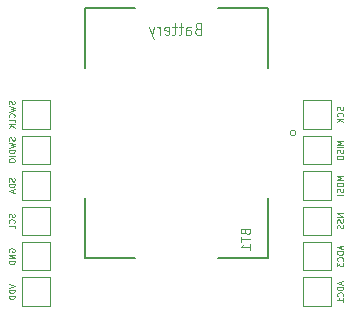
<source format=gbr>
G04 #@! TF.GenerationSoftware,KiCad,Pcbnew,5.1.4*
G04 #@! TF.CreationDate,2019-09-27T00:42:17+02:00*
G04 #@! TF.ProjectId,kroneum,6b726f6e-6575-46d2-9e6b-696361645f70,rev?*
G04 #@! TF.SameCoordinates,PX9527980PY7539c40*
G04 #@! TF.FileFunction,Legend,Bot*
G04 #@! TF.FilePolarity,Positive*
%FSLAX46Y46*%
G04 Gerber Fmt 4.6, Leading zero omitted, Abs format (unit mm)*
G04 Created by KiCad (PCBNEW 5.1.4) date 2019-09-27 00:42:17*
%MOMM*%
%LPD*%
G04 APERTURE LIST*
%ADD10C,0.120000*%
%ADD11C,0.150000*%
%ADD12C,0.100000*%
%ADD13C,0.080000*%
G04 APERTURE END LIST*
D10*
G04 #@! TO.C,SCK*
X-4300000Y19120000D02*
X-4300000Y16720000D01*
X-1900000Y19120000D02*
X-4300000Y19120000D01*
X-1900000Y16720000D02*
X-1900000Y19120000D01*
X-4300000Y16720000D02*
X-1900000Y16720000D01*
G04 #@! TO.C,NSS*
X-4300000Y10120000D02*
X-4300000Y7720000D01*
X-1900000Y10120000D02*
X-4300000Y10120000D01*
X-1900000Y7720000D02*
X-1900000Y10120000D01*
X-4300000Y7720000D02*
X-1900000Y7720000D01*
G04 #@! TO.C,MOSI*
X-4300000Y13120000D02*
X-4300000Y10720000D01*
X-1900000Y13120000D02*
X-4300000Y13120000D01*
X-1900000Y10720000D02*
X-1900000Y13120000D01*
X-4300000Y10720000D02*
X-1900000Y10720000D01*
G04 #@! TO.C,MISO*
X-4300000Y16120000D02*
X-4300000Y13720000D01*
X-1900000Y16120000D02*
X-4300000Y16120000D01*
X-1900000Y13720000D02*
X-1900000Y16120000D01*
X-4300000Y13720000D02*
X-1900000Y13720000D01*
G04 #@! TO.C,ADC3*
X-4300000Y7120000D02*
X-4300000Y4720000D01*
X-1900000Y7120000D02*
X-4300000Y7120000D01*
X-1900000Y4720000D02*
X-1900000Y7120000D01*
X-4300000Y4720000D02*
X-1900000Y4720000D01*
G04 #@! TO.C,ADC1*
X-4300000Y4120000D02*
X-4300000Y1720000D01*
X-1900000Y4120000D02*
X-4300000Y4120000D01*
X-1900000Y1720000D02*
X-1900000Y4120000D01*
X-4300000Y1720000D02*
X-1900000Y1720000D01*
G04 #@! TO.C,VDD*
X-28100000Y4120000D02*
X-28100000Y1720000D01*
X-25700000Y4120000D02*
X-28100000Y4120000D01*
X-25700000Y1720000D02*
X-25700000Y4120000D01*
X-28100000Y1720000D02*
X-25700000Y1720000D01*
G04 #@! TO.C,GND*
X-28100000Y7120000D02*
X-28100000Y4720000D01*
X-25700000Y7120000D02*
X-28100000Y7120000D01*
X-25700000Y4720000D02*
X-25700000Y7120000D01*
X-28100000Y4720000D02*
X-25700000Y4720000D01*
G04 #@! TO.C,SWDIO*
X-25700000Y16120000D02*
X-28100000Y16120000D01*
X-28100000Y16120000D02*
X-28100000Y13720000D01*
X-28100000Y13720000D02*
X-25700000Y13720000D01*
X-25700000Y13720000D02*
X-25700000Y16120000D01*
G04 #@! TO.C,SWCLK*
X-25700000Y19120000D02*
X-28100000Y19120000D01*
X-28100000Y19120000D02*
X-28100000Y16720000D01*
X-28100000Y16720000D02*
X-25700000Y16720000D01*
X-25700000Y16720000D02*
X-25700000Y19120000D01*
G04 #@! TO.C,SCL*
X-25700000Y10120000D02*
X-28100000Y10120000D01*
X-28100000Y10120000D02*
X-28100000Y7720000D01*
X-28100000Y7720000D02*
X-25700000Y7720000D01*
X-25700000Y7720000D02*
X-25700000Y10120000D01*
G04 #@! TO.C,SDA*
X-25700000Y13120000D02*
X-28100000Y13120000D01*
X-28100000Y13120000D02*
X-28100000Y10720000D01*
X-28100000Y10720000D02*
X-25700000Y10720000D01*
X-25700000Y10720000D02*
X-25700000Y13120000D01*
D11*
G04 #@! TO.C,BT1*
X-22750000Y5800000D02*
X-18500000Y5800000D01*
X-7250000Y5800000D02*
X-11500000Y5800000D01*
X-7250000Y26900000D02*
X-11500000Y26900000D01*
X-22750000Y26900000D02*
X-18500000Y26900000D01*
X-7250000Y5800000D02*
X-7250000Y10850000D01*
X-7250000Y26900000D02*
X-7250000Y21850000D01*
X-22750000Y5800000D02*
X-22750000Y10850000D01*
X-22750000Y26900000D02*
X-22750000Y21850000D01*
D12*
X-4875000Y16350000D02*
G75*
G03X-4875000Y16350000I-250000J0D01*
G01*
G04 #@! TD*
G04 #@! TO.C,SCK*
D13*
X-897620Y18562858D02*
X-873810Y18491429D01*
X-873810Y18372381D01*
X-897620Y18324762D01*
X-921429Y18300953D01*
X-969048Y18277143D01*
X-1016667Y18277143D01*
X-1064286Y18300953D01*
X-1088096Y18324762D01*
X-1111905Y18372381D01*
X-1135715Y18467620D01*
X-1159524Y18515239D01*
X-1183334Y18539048D01*
X-1230953Y18562858D01*
X-1278572Y18562858D01*
X-1326191Y18539048D01*
X-1350000Y18515239D01*
X-1373810Y18467620D01*
X-1373810Y18348572D01*
X-1350000Y18277143D01*
X-921429Y17777143D02*
X-897620Y17800953D01*
X-873810Y17872381D01*
X-873810Y17920000D01*
X-897620Y17991429D01*
X-945239Y18039048D01*
X-992858Y18062858D01*
X-1088096Y18086667D01*
X-1159524Y18086667D01*
X-1254762Y18062858D01*
X-1302381Y18039048D01*
X-1350000Y17991429D01*
X-1373810Y17920000D01*
X-1373810Y17872381D01*
X-1350000Y17800953D01*
X-1326191Y17777143D01*
X-873810Y17562858D02*
X-1373810Y17562858D01*
X-873810Y17277143D02*
X-1159524Y17491429D01*
X-1373810Y17277143D02*
X-1088096Y17562858D01*
G04 #@! TO.C,NSS*
X-873810Y9539048D02*
X-1373810Y9539048D01*
X-873810Y9253334D01*
X-1373810Y9253334D01*
X-897620Y9039048D02*
X-873810Y8967620D01*
X-873810Y8848572D01*
X-897620Y8800953D01*
X-921429Y8777143D01*
X-969048Y8753334D01*
X-1016667Y8753334D01*
X-1064286Y8777143D01*
X-1088096Y8800953D01*
X-1111905Y8848572D01*
X-1135715Y8943810D01*
X-1159524Y8991429D01*
X-1183334Y9015239D01*
X-1230953Y9039048D01*
X-1278572Y9039048D01*
X-1326191Y9015239D01*
X-1350000Y8991429D01*
X-1373810Y8943810D01*
X-1373810Y8824762D01*
X-1350000Y8753334D01*
X-897620Y8562858D02*
X-873810Y8491429D01*
X-873810Y8372381D01*
X-897620Y8324762D01*
X-921429Y8300953D01*
X-969048Y8277143D01*
X-1016667Y8277143D01*
X-1064286Y8300953D01*
X-1088096Y8324762D01*
X-1111905Y8372381D01*
X-1135715Y8467620D01*
X-1159524Y8515239D01*
X-1183334Y8539048D01*
X-1230953Y8562858D01*
X-1278572Y8562858D01*
X-1326191Y8539048D01*
X-1350000Y8515239D01*
X-1373810Y8467620D01*
X-1373810Y8348572D01*
X-1350000Y8277143D01*
G04 #@! TO.C,MOSI*
X-873810Y12705715D02*
X-1373810Y12705715D01*
X-1016667Y12539048D01*
X-1373810Y12372381D01*
X-873810Y12372381D01*
X-1373810Y12039048D02*
X-1373810Y11943810D01*
X-1350000Y11896191D01*
X-1302381Y11848572D01*
X-1207143Y11824762D01*
X-1040477Y11824762D01*
X-945239Y11848572D01*
X-897620Y11896191D01*
X-873810Y11943810D01*
X-873810Y12039048D01*
X-897620Y12086667D01*
X-945239Y12134286D01*
X-1040477Y12158096D01*
X-1207143Y12158096D01*
X-1302381Y12134286D01*
X-1350000Y12086667D01*
X-1373810Y12039048D01*
X-897620Y11634286D02*
X-873810Y11562858D01*
X-873810Y11443810D01*
X-897620Y11396191D01*
X-921429Y11372381D01*
X-969048Y11348572D01*
X-1016667Y11348572D01*
X-1064286Y11372381D01*
X-1088096Y11396191D01*
X-1111905Y11443810D01*
X-1135715Y11539048D01*
X-1159524Y11586667D01*
X-1183334Y11610477D01*
X-1230953Y11634286D01*
X-1278572Y11634286D01*
X-1326191Y11610477D01*
X-1350000Y11586667D01*
X-1373810Y11539048D01*
X-1373810Y11420000D01*
X-1350000Y11348572D01*
X-873810Y11134286D02*
X-1373810Y11134286D01*
G04 #@! TO.C,MISO*
X-873810Y15705715D02*
X-1373810Y15705715D01*
X-1016667Y15539048D01*
X-1373810Y15372381D01*
X-873810Y15372381D01*
X-873810Y15134286D02*
X-1373810Y15134286D01*
X-897620Y14920000D02*
X-873810Y14848572D01*
X-873810Y14729524D01*
X-897620Y14681905D01*
X-921429Y14658096D01*
X-969048Y14634286D01*
X-1016667Y14634286D01*
X-1064286Y14658096D01*
X-1088096Y14681905D01*
X-1111905Y14729524D01*
X-1135715Y14824762D01*
X-1159524Y14872381D01*
X-1183334Y14896191D01*
X-1230953Y14920000D01*
X-1278572Y14920000D01*
X-1326191Y14896191D01*
X-1350000Y14872381D01*
X-1373810Y14824762D01*
X-1373810Y14705715D01*
X-1350000Y14634286D01*
X-1373810Y14324762D02*
X-1373810Y14229524D01*
X-1350000Y14181905D01*
X-1302381Y14134286D01*
X-1207143Y14110477D01*
X-1040477Y14110477D01*
X-945239Y14134286D01*
X-897620Y14181905D01*
X-873810Y14229524D01*
X-873810Y14324762D01*
X-897620Y14372381D01*
X-945239Y14420000D01*
X-1040477Y14443810D01*
X-1207143Y14443810D01*
X-1302381Y14420000D01*
X-1350000Y14372381D01*
X-1373810Y14324762D01*
G04 #@! TO.C,ADC3*
X-1016667Y6777143D02*
X-1016667Y6539048D01*
X-873810Y6824762D02*
X-1373810Y6658096D01*
X-873810Y6491429D01*
X-873810Y6324762D02*
X-1373810Y6324762D01*
X-1373810Y6205715D01*
X-1350000Y6134286D01*
X-1302381Y6086667D01*
X-1254762Y6062858D01*
X-1159524Y6039048D01*
X-1088096Y6039048D01*
X-992858Y6062858D01*
X-945239Y6086667D01*
X-897620Y6134286D01*
X-873810Y6205715D01*
X-873810Y6324762D01*
X-921429Y5539048D02*
X-897620Y5562858D01*
X-873810Y5634286D01*
X-873810Y5681905D01*
X-897620Y5753334D01*
X-945239Y5800953D01*
X-992858Y5824762D01*
X-1088096Y5848572D01*
X-1159524Y5848572D01*
X-1254762Y5824762D01*
X-1302381Y5800953D01*
X-1350000Y5753334D01*
X-1373810Y5681905D01*
X-1373810Y5634286D01*
X-1350000Y5562858D01*
X-1326191Y5539048D01*
X-1373810Y5372381D02*
X-1373810Y5062858D01*
X-1183334Y5229524D01*
X-1183334Y5158096D01*
X-1159524Y5110477D01*
X-1135715Y5086667D01*
X-1088096Y5062858D01*
X-969048Y5062858D01*
X-921429Y5086667D01*
X-897620Y5110477D01*
X-873810Y5158096D01*
X-873810Y5300953D01*
X-897620Y5348572D01*
X-921429Y5372381D01*
G04 #@! TO.C,ADC1*
X-1016667Y3777143D02*
X-1016667Y3539048D01*
X-873810Y3824762D02*
X-1373810Y3658096D01*
X-873810Y3491429D01*
X-873810Y3324762D02*
X-1373810Y3324762D01*
X-1373810Y3205715D01*
X-1350000Y3134286D01*
X-1302381Y3086667D01*
X-1254762Y3062858D01*
X-1159524Y3039048D01*
X-1088096Y3039048D01*
X-992858Y3062858D01*
X-945239Y3086667D01*
X-897620Y3134286D01*
X-873810Y3205715D01*
X-873810Y3324762D01*
X-921429Y2539048D02*
X-897620Y2562858D01*
X-873810Y2634286D01*
X-873810Y2681905D01*
X-897620Y2753334D01*
X-945239Y2800953D01*
X-992858Y2824762D01*
X-1088096Y2848572D01*
X-1159524Y2848572D01*
X-1254762Y2824762D01*
X-1302381Y2800953D01*
X-1350000Y2753334D01*
X-1373810Y2681905D01*
X-1373810Y2634286D01*
X-1350000Y2562858D01*
X-1326191Y2539048D01*
X-873810Y2062858D02*
X-873810Y2348572D01*
X-873810Y2205715D02*
X-1373810Y2205715D01*
X-1302381Y2253334D01*
X-1254762Y2300953D01*
X-1230953Y2348572D01*
G04 #@! TO.C,VDD*
X-29173810Y3586667D02*
X-28673810Y3420000D01*
X-29173810Y3253334D01*
X-28673810Y3086667D02*
X-29173810Y3086667D01*
X-29173810Y2967620D01*
X-29150000Y2896191D01*
X-29102381Y2848572D01*
X-29054762Y2824762D01*
X-28959524Y2800953D01*
X-28888096Y2800953D01*
X-28792858Y2824762D01*
X-28745239Y2848572D01*
X-28697620Y2896191D01*
X-28673810Y2967620D01*
X-28673810Y3086667D01*
X-28673810Y2586667D02*
X-29173810Y2586667D01*
X-29173810Y2467620D01*
X-29150000Y2396191D01*
X-29102381Y2348572D01*
X-29054762Y2324762D01*
X-28959524Y2300953D01*
X-28888096Y2300953D01*
X-28792858Y2324762D01*
X-28745239Y2348572D01*
X-28697620Y2396191D01*
X-28673810Y2467620D01*
X-28673810Y2586667D01*
G04 #@! TO.C,GND*
X-29150000Y6300953D02*
X-29173810Y6348572D01*
X-29173810Y6420000D01*
X-29150000Y6491429D01*
X-29102381Y6539048D01*
X-29054762Y6562858D01*
X-28959524Y6586667D01*
X-28888096Y6586667D01*
X-28792858Y6562858D01*
X-28745239Y6539048D01*
X-28697620Y6491429D01*
X-28673810Y6420000D01*
X-28673810Y6372381D01*
X-28697620Y6300953D01*
X-28721429Y6277143D01*
X-28888096Y6277143D01*
X-28888096Y6372381D01*
X-28673810Y6062858D02*
X-29173810Y6062858D01*
X-28673810Y5777143D01*
X-29173810Y5777143D01*
X-28673810Y5539048D02*
X-29173810Y5539048D01*
X-29173810Y5420000D01*
X-29150000Y5348572D01*
X-29102381Y5300953D01*
X-29054762Y5277143D01*
X-28959524Y5253334D01*
X-28888096Y5253334D01*
X-28792858Y5277143D01*
X-28745239Y5300953D01*
X-28697620Y5348572D01*
X-28673810Y5420000D01*
X-28673810Y5539048D01*
G04 #@! TO.C,SWDIO*
X-28697620Y15979524D02*
X-28673810Y15908096D01*
X-28673810Y15789048D01*
X-28697620Y15741429D01*
X-28721429Y15717620D01*
X-28769048Y15693810D01*
X-28816667Y15693810D01*
X-28864286Y15717620D01*
X-28888096Y15741429D01*
X-28911905Y15789048D01*
X-28935715Y15884286D01*
X-28959524Y15931905D01*
X-28983334Y15955715D01*
X-29030953Y15979524D01*
X-29078572Y15979524D01*
X-29126191Y15955715D01*
X-29150000Y15931905D01*
X-29173810Y15884286D01*
X-29173810Y15765239D01*
X-29150000Y15693810D01*
X-29173810Y15527143D02*
X-28673810Y15408096D01*
X-29030953Y15312858D01*
X-28673810Y15217620D01*
X-29173810Y15098572D01*
X-28673810Y14908096D02*
X-29173810Y14908096D01*
X-29173810Y14789048D01*
X-29150000Y14717620D01*
X-29102381Y14670000D01*
X-29054762Y14646191D01*
X-28959524Y14622381D01*
X-28888096Y14622381D01*
X-28792858Y14646191D01*
X-28745239Y14670000D01*
X-28697620Y14717620D01*
X-28673810Y14789048D01*
X-28673810Y14908096D01*
X-28673810Y14408096D02*
X-29173810Y14408096D01*
X-29173810Y14074762D02*
X-29173810Y13979524D01*
X-29150000Y13931905D01*
X-29102381Y13884286D01*
X-29007143Y13860477D01*
X-28840477Y13860477D01*
X-28745239Y13884286D01*
X-28697620Y13931905D01*
X-28673810Y13979524D01*
X-28673810Y14074762D01*
X-28697620Y14122381D01*
X-28745239Y14170000D01*
X-28840477Y14193810D01*
X-29007143Y14193810D01*
X-29102381Y14170000D01*
X-29150000Y14122381D01*
X-29173810Y14074762D01*
G04 #@! TO.C,SWCLK*
X-28697620Y19050953D02*
X-28673810Y18979524D01*
X-28673810Y18860477D01*
X-28697620Y18812858D01*
X-28721429Y18789048D01*
X-28769048Y18765239D01*
X-28816667Y18765239D01*
X-28864286Y18789048D01*
X-28888096Y18812858D01*
X-28911905Y18860477D01*
X-28935715Y18955715D01*
X-28959524Y19003334D01*
X-28983334Y19027143D01*
X-29030953Y19050953D01*
X-29078572Y19050953D01*
X-29126191Y19027143D01*
X-29150000Y19003334D01*
X-29173810Y18955715D01*
X-29173810Y18836667D01*
X-29150000Y18765239D01*
X-29173810Y18598572D02*
X-28673810Y18479524D01*
X-29030953Y18384286D01*
X-28673810Y18289048D01*
X-29173810Y18170000D01*
X-28721429Y17693810D02*
X-28697620Y17717620D01*
X-28673810Y17789048D01*
X-28673810Y17836667D01*
X-28697620Y17908096D01*
X-28745239Y17955715D01*
X-28792858Y17979524D01*
X-28888096Y18003334D01*
X-28959524Y18003334D01*
X-29054762Y17979524D01*
X-29102381Y17955715D01*
X-29150000Y17908096D01*
X-29173810Y17836667D01*
X-29173810Y17789048D01*
X-29150000Y17717620D01*
X-29126191Y17693810D01*
X-28673810Y17241429D02*
X-28673810Y17479524D01*
X-29173810Y17479524D01*
X-28673810Y17074762D02*
X-29173810Y17074762D01*
X-28673810Y16789048D02*
X-28959524Y17003334D01*
X-29173810Y16789048D02*
X-28888096Y17074762D01*
G04 #@! TO.C,SCL*
X-28697620Y9515239D02*
X-28673810Y9443810D01*
X-28673810Y9324762D01*
X-28697620Y9277143D01*
X-28721429Y9253334D01*
X-28769048Y9229524D01*
X-28816667Y9229524D01*
X-28864286Y9253334D01*
X-28888096Y9277143D01*
X-28911905Y9324762D01*
X-28935715Y9420000D01*
X-28959524Y9467620D01*
X-28983334Y9491429D01*
X-29030953Y9515239D01*
X-29078572Y9515239D01*
X-29126191Y9491429D01*
X-29150000Y9467620D01*
X-29173810Y9420000D01*
X-29173810Y9300953D01*
X-29150000Y9229524D01*
X-28721429Y8729524D02*
X-28697620Y8753334D01*
X-28673810Y8824762D01*
X-28673810Y8872381D01*
X-28697620Y8943810D01*
X-28745239Y8991429D01*
X-28792858Y9015239D01*
X-28888096Y9039048D01*
X-28959524Y9039048D01*
X-29054762Y9015239D01*
X-29102381Y8991429D01*
X-29150000Y8943810D01*
X-29173810Y8872381D01*
X-29173810Y8824762D01*
X-29150000Y8753334D01*
X-29126191Y8729524D01*
X-28673810Y8277143D02*
X-28673810Y8515239D01*
X-29173810Y8515239D01*
G04 #@! TO.C,SDA*
X-28697620Y12527143D02*
X-28673810Y12455715D01*
X-28673810Y12336667D01*
X-28697620Y12289048D01*
X-28721429Y12265239D01*
X-28769048Y12241429D01*
X-28816667Y12241429D01*
X-28864286Y12265239D01*
X-28888096Y12289048D01*
X-28911905Y12336667D01*
X-28935715Y12431905D01*
X-28959524Y12479524D01*
X-28983334Y12503334D01*
X-29030953Y12527143D01*
X-29078572Y12527143D01*
X-29126191Y12503334D01*
X-29150000Y12479524D01*
X-29173810Y12431905D01*
X-29173810Y12312858D01*
X-29150000Y12241429D01*
X-28673810Y12027143D02*
X-29173810Y12027143D01*
X-29173810Y11908096D01*
X-29150000Y11836667D01*
X-29102381Y11789048D01*
X-29054762Y11765239D01*
X-28959524Y11741429D01*
X-28888096Y11741429D01*
X-28792858Y11765239D01*
X-28745239Y11789048D01*
X-28697620Y11836667D01*
X-28673810Y11908096D01*
X-28673810Y12027143D01*
X-28816667Y11550953D02*
X-28816667Y11312858D01*
X-28673810Y11598572D02*
X-29173810Y11431905D01*
X-28673810Y11265239D01*
G04 #@! TO.C,BT1*
X-9146243Y7998673D02*
X-9108748Y7886187D01*
X-9071253Y7848692D01*
X-8996262Y7811197D01*
X-8883776Y7811197D01*
X-8808785Y7848692D01*
X-8771290Y7886187D01*
X-8733795Y7961178D01*
X-8733795Y8261141D01*
X-9521197Y8261141D01*
X-9521197Y7998673D01*
X-9483701Y7923683D01*
X-9446206Y7886187D01*
X-9371215Y7848692D01*
X-9296225Y7848692D01*
X-9221234Y7886187D01*
X-9183739Y7923683D01*
X-9146243Y7998673D01*
X-9146243Y8261141D01*
X-9521197Y7586225D02*
X-9521197Y7136281D01*
X-8733795Y7361253D02*
X-9521197Y7361253D01*
X-8733795Y6461365D02*
X-8733795Y6911309D01*
X-8733795Y6686337D02*
X-9521197Y6686337D01*
X-9408711Y6761327D01*
X-9333720Y6836318D01*
X-9296225Y6911309D01*
X-13176715Y25197229D02*
X-13305286Y25149610D01*
X-13348143Y25101991D01*
X-13391000Y25006753D01*
X-13391000Y24863896D01*
X-13348143Y24768658D01*
X-13305286Y24721039D01*
X-13219572Y24673420D01*
X-12876715Y24673420D01*
X-12876715Y25673420D01*
X-13176715Y25673420D01*
X-13262429Y25625800D01*
X-13305286Y25578181D01*
X-13348143Y25482943D01*
X-13348143Y25387705D01*
X-13305286Y25292467D01*
X-13262429Y25244848D01*
X-13176715Y25197229D01*
X-12876715Y25197229D01*
X-14162429Y24673420D02*
X-14162429Y25197229D01*
X-14119572Y25292467D01*
X-14033858Y25340086D01*
X-13862429Y25340086D01*
X-13776715Y25292467D01*
X-14162429Y24721039D02*
X-14076715Y24673420D01*
X-13862429Y24673420D01*
X-13776715Y24721039D01*
X-13733858Y24816277D01*
X-13733858Y24911515D01*
X-13776715Y25006753D01*
X-13862429Y25054372D01*
X-14076715Y25054372D01*
X-14162429Y25101991D01*
X-14462429Y25340086D02*
X-14805286Y25340086D01*
X-14591000Y25673420D02*
X-14591000Y24816277D01*
X-14633858Y24721039D01*
X-14719572Y24673420D01*
X-14805286Y24673420D01*
X-14976715Y25340086D02*
X-15319572Y25340086D01*
X-15105286Y25673420D02*
X-15105286Y24816277D01*
X-15148143Y24721039D01*
X-15233858Y24673420D01*
X-15319572Y24673420D01*
X-15962429Y24721039D02*
X-15876715Y24673420D01*
X-15705286Y24673420D01*
X-15619572Y24721039D01*
X-15576715Y24816277D01*
X-15576715Y25197229D01*
X-15619572Y25292467D01*
X-15705286Y25340086D01*
X-15876715Y25340086D01*
X-15962429Y25292467D01*
X-16005286Y25197229D01*
X-16005286Y25101991D01*
X-15576715Y25006753D01*
X-16391000Y24673420D02*
X-16391000Y25340086D01*
X-16391000Y25149610D02*
X-16433858Y25244848D01*
X-16476715Y25292467D01*
X-16562429Y25340086D01*
X-16648143Y25340086D01*
X-16862429Y25340086D02*
X-17076715Y24673420D01*
X-17291000Y25340086D02*
X-17076715Y24673420D01*
X-16991000Y24435324D01*
X-16948143Y24387705D01*
X-16862429Y24340086D01*
G04 #@! TD*
M02*

</source>
